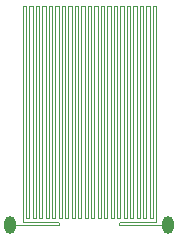
<source format=gtl>
G04*
G04 #@! TF.GenerationSoftware,Altium Limited,Altium Designer,21.4.1 (30)*
G04*
G04 Layer_Physical_Order=1*
G04 Layer_Color=255*
%FSAX44Y44*%
%MOMM*%
G71*
G04*
G04 #@! TF.SameCoordinates,AAF776F8-FBBB-4BB9-BD60-B29B690429C4*
G04*
G04*
G04 #@! TF.FilePolarity,Positive*
G04*
G01*
G75*
%ADD11O,1.0000X1.5000*%
%ADD14C,0.1110*%
D11*
X00008000Y00010500D02*
D03*
X00142000D02*
D03*
D14*
X00018750Y00013500D02*
X00048350D01*
Y00010500D02*
X00049000Y00011150D01*
X00048350Y00013500D02*
X00049000Y00012850D01*
X00013000Y00010500D02*
X00048350D01*
X00049000Y00011150D02*
Y00012850D01*
X00101150Y00010500D02*
X00137000D01*
X00100500Y00011150D02*
Y00012850D01*
X00101150Y00013500D02*
X00131500D01*
X00100500Y00012850D02*
X00101150Y00013500D01*
X00100500Y00011150D02*
X00101150Y00010500D01*
X00128750Y00196500D02*
X00131500D01*
X00024250D02*
X00027000D01*
X00029750D02*
X00032500D01*
X00032500Y00196500D01*
X00038000D02*
X00038000Y00196500D01*
X00035250Y00196500D02*
X00038000D01*
X00040750Y00196500D02*
X00043500D01*
X00043500Y00196500D01*
X00046250D02*
X00049000D01*
X00051750D02*
X00054500D01*
X00054500Y00196500D01*
X00060000D02*
X00060000Y00196500D01*
X00057250Y00196500D02*
X00060000D01*
X00065500Y00196500D02*
X00065500Y00196500D01*
X00062750Y00196500D02*
X00065500D01*
X00068250Y00196500D02*
X00071000D01*
X00076500D02*
X00076500Y00196500D01*
X00073750Y00196500D02*
X00076500D01*
X00082000Y00196500D02*
X00082000Y00196500D01*
X00079250Y00196500D02*
X00082000D01*
X00084750Y00196500D02*
X00087500D01*
X00087500Y00196500D01*
X00090250D02*
X00093000D01*
X00095750D02*
X00098500D01*
X00098500Y00196500D01*
X00101250D02*
X00104000D01*
X00104000Y00196500D01*
X00106750D02*
X00109500D01*
X00109500Y00196500D01*
X00112250D02*
X00115000D01*
X00117750D02*
X00120500D01*
X00120500Y00196500D01*
X00123250D02*
X00126000D01*
X00126000Y00196500D01*
X00128750Y00016500D02*
X00128750Y00016500D01*
X00126000Y00016500D02*
X00128750D01*
X00123250Y00016500D02*
X00123250Y00016500D01*
X00120500Y00016500D02*
X00123250D01*
X00115000D02*
X00117750D01*
X00112250Y00016500D02*
X00112250Y00016500D01*
X00109500Y00016500D02*
X00112250D01*
X00106750Y00016500D02*
X00106750Y00016500D01*
X00104000Y00016500D02*
X00106750D01*
X00101250Y00016500D02*
X00101250Y00016500D01*
X00098500Y00016500D02*
X00101250D01*
X00093000D02*
X00095750D01*
X00090250Y00016500D02*
X00090250Y00016500D01*
X00087500Y00016500D02*
X00090250D01*
X00082000Y00016500D02*
X00084750D01*
X00084750Y00016500D01*
X00076500Y00016500D02*
X00079250D01*
X00079250Y00016500D01*
X00071000Y00016500D02*
X00073750D01*
X00065500Y00016500D02*
X00068250D01*
X00068250Y00016500D01*
X00060000Y00016500D02*
X00062750D01*
X00062750Y00016500D01*
X00057250Y00016500D02*
X00057250Y00016500D01*
X00054500Y00016500D02*
X00057250D01*
X00049000D02*
X00051750D01*
X00046250Y00016500D02*
X00046250Y00016500D01*
X00043500Y00016500D02*
X00046250D01*
X00038000Y00016500D02*
X00040750D01*
X00040750Y00016500D01*
X00035250D02*
X00035250Y00016500D01*
X00032500Y00016500D02*
X00035250D01*
X00027000D02*
X00029750D01*
X00021500Y00016500D02*
X00024250D01*
X00024250Y00016500D01*
X00018750Y00196500D02*
X00021500D01*
X00128750Y00016500D02*
Y00196500D01*
X00131500Y00013500D02*
Y00196500D01*
X00106750Y00016500D02*
Y00196500D01*
X00109500Y00016500D02*
Y00196500D01*
X00115000Y00016500D02*
Y00196500D01*
X00112250Y00016500D02*
Y00196500D01*
X00123250Y00016500D02*
Y00196500D01*
X00126000Y00016500D02*
Y00196500D01*
X00120500Y00016500D02*
Y00196500D01*
X00117750Y00016500D02*
Y00196500D01*
X00084750Y00016500D02*
Y00196500D01*
X00087500Y00016500D02*
Y00196500D01*
X00093000Y00016500D02*
Y00196500D01*
X00090250Y00016500D02*
Y00196500D01*
X00101250Y00016500D02*
Y00196500D01*
X00104000Y00016500D02*
Y00196500D01*
X00098500Y00016500D02*
Y00196500D01*
X00095750Y00016500D02*
Y00196500D01*
X00062750Y00016500D02*
Y00196500D01*
X00065500Y00016500D02*
Y00196500D01*
X00071000Y00016500D02*
Y00196500D01*
X00068250Y00016500D02*
Y00196500D01*
X00079250Y00016500D02*
Y00196500D01*
X00082000Y00016500D02*
Y00196500D01*
X00076500Y00016500D02*
Y00196500D01*
X00073750Y00016500D02*
Y00196500D01*
X00040750Y00016500D02*
Y00196500D01*
X00043500Y00016500D02*
Y00196500D01*
X00049000Y00016500D02*
Y00196500D01*
X00046250Y00016500D02*
Y00196500D01*
X00057250Y00016500D02*
Y00196500D01*
X00060000Y00016500D02*
Y00196500D01*
X00054500Y00016500D02*
Y00196500D01*
X00051750Y00016500D02*
Y00196500D01*
X00029750Y00016500D02*
Y00196500D01*
X00032500Y00016500D02*
Y00196500D01*
X00038000Y00016500D02*
Y00196500D01*
X00035250Y00016500D02*
Y00196500D01*
X00024250Y00016500D02*
Y00196500D01*
X00027000Y00016500D02*
Y00196500D01*
X00021500Y00016500D02*
Y00196500D01*
X00018750Y00013500D02*
Y00196500D01*
M02*

</source>
